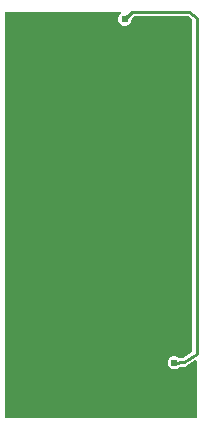
<source format=gbl>
G04 Layer: BottomLayer*
G04 EasyEDA v6.4.7, 2020-11-27T10:47:25--5:00*
G04 dd7cd5e760c64df4b839af09766a4cc3,8c855a101c40496d9864c429bd497241,10*
G04 Gerber Generator version 0.2*
G04 Scale: 100 percent, Rotated: No, Reflected: No *
G04 Dimensions in inches *
G04 leading zeros omitted , absolute positions ,2 integer and 4 decimal *
%FSLAX24Y24*%
%MOIN*%
G90*
D02*

%ADD10C,0.010000*%
%ADD14C,0.024016*%
%ADD15C,0.024000*%

%LPD*%
G36*
G01X3949Y13648D02*
G01X135Y13648D01*
G01X129Y13647D01*
G01X124Y13645D01*
G01X114Y13639D01*
G01X110Y13635D01*
G01X104Y13625D01*
G01X102Y13620D01*
G01X101Y13614D01*
G01X101Y135D01*
G01X102Y129D01*
G01X104Y124D01*
G01X110Y114D01*
G01X114Y110D01*
G01X124Y104D01*
G01X129Y102D01*
G01X135Y101D01*
G01X6464Y101D01*
G01X6470Y102D01*
G01X6475Y104D01*
G01X6485Y110D01*
G01X6489Y114D01*
G01X6495Y124D01*
G01X6497Y129D01*
G01X6498Y135D01*
G01X6498Y1999D01*
G01X6497Y2005D01*
G01X6495Y2010D01*
G01X6489Y2020D01*
G01X6485Y2024D01*
G01X6475Y2030D01*
G01X6470Y2032D01*
G01X6464Y2033D01*
G01X6459Y2034D01*
G01X6447Y2032D01*
G01X6442Y2030D01*
G01X6436Y2027D01*
G01X6154Y1840D01*
G01X6144Y1834D01*
G01X6134Y1829D01*
G01X6112Y1821D01*
G01X6090Y1817D01*
G01X6078Y1816D01*
G01X5935Y1808D01*
G01X5923Y1806D01*
G01X5913Y1800D01*
G01X5899Y1786D01*
G01X5889Y1778D01*
G01X5877Y1769D01*
G01X5866Y1762D01*
G01X5854Y1755D01*
G01X5842Y1749D01*
G01X5830Y1744D01*
G01X5817Y1739D01*
G01X5803Y1735D01*
G01X5790Y1732D01*
G01X5777Y1730D01*
G01X5763Y1729D01*
G01X5750Y1728D01*
G01X5736Y1729D01*
G01X5723Y1730D01*
G01X5710Y1732D01*
G01X5684Y1738D01*
G01X5671Y1743D01*
G01X5659Y1748D01*
G01X5635Y1760D01*
G01X5624Y1767D01*
G01X5613Y1776D01*
G01X5603Y1784D01*
G01X5593Y1793D01*
G01X5584Y1803D01*
G01X5576Y1813D01*
G01X5560Y1835D01*
G01X5548Y1859D01*
G01X5543Y1871D01*
G01X5539Y1884D01*
G01X5535Y1896D01*
G01X5532Y1910D01*
G01X5530Y1923D01*
G01X5529Y1936D01*
G01X5528Y1950D01*
G01X5530Y1976D01*
G01X5532Y1989D01*
G01X5535Y2003D01*
G01X5539Y2015D01*
G01X5543Y2028D01*
G01X5548Y2040D01*
G01X5560Y2064D01*
G01X5576Y2086D01*
G01X5584Y2096D01*
G01X5593Y2106D01*
G01X5603Y2115D01*
G01X5613Y2123D01*
G01X5624Y2132D01*
G01X5635Y2139D01*
G01X5659Y2151D01*
G01X5671Y2156D01*
G01X5684Y2161D01*
G01X5710Y2167D01*
G01X5723Y2169D01*
G01X5736Y2170D01*
G01X5750Y2171D01*
G01X5764Y2170D01*
G01X5777Y2169D01*
G01X5791Y2167D01*
G01X5805Y2163D01*
G01X5831Y2155D01*
G01X5857Y2143D01*
G01X5869Y2136D01*
G01X5881Y2128D01*
G01X5892Y2119D01*
G01X5897Y2115D01*
G01X5903Y2112D01*
G01X5910Y2110D01*
G01X5919Y2110D01*
G01X6011Y2115D01*
G01X6018Y2115D01*
G01X6025Y2118D01*
G01X6031Y2121D01*
G01X6331Y2319D01*
G01X6336Y2323D01*
G01X6344Y2333D01*
G01X6346Y2339D01*
G01X6348Y2346D01*
G01X6348Y13365D01*
G01X6347Y13370D01*
G01X6345Y13376D01*
G01X6342Y13381D01*
G01X6338Y13386D01*
G01X6334Y13390D01*
G01X6211Y13490D01*
G01X6199Y13496D01*
G01X6193Y13498D01*
G01X4422Y13498D01*
G01X4410Y13494D01*
G01X4405Y13491D01*
G01X4400Y13487D01*
G01X4344Y13431D01*
G01X4340Y13426D01*
G01X4337Y13421D01*
G01X4335Y13416D01*
G01X4320Y13373D01*
G01X4318Y13366D01*
G01X4315Y13353D01*
G01X4312Y13339D01*
G01X4308Y13326D01*
G01X4303Y13313D01*
G01X4291Y13289D01*
G01X4284Y13278D01*
G01X4268Y13256D01*
G01X4248Y13236D01*
G01X4238Y13228D01*
G01X4227Y13219D01*
G01X4216Y13212D01*
G01X4204Y13205D01*
G01X4192Y13199D01*
G01X4180Y13194D01*
G01X4167Y13189D01*
G01X4153Y13185D01*
G01X4140Y13182D01*
G01X4127Y13180D01*
G01X4113Y13179D01*
G01X4100Y13178D01*
G01X4086Y13179D01*
G01X4073Y13180D01*
G01X4060Y13182D01*
G01X4034Y13188D01*
G01X4021Y13193D01*
G01X4009Y13198D01*
G01X3985Y13210D01*
G01X3963Y13226D01*
G01X3953Y13234D01*
G01X3943Y13243D01*
G01X3934Y13253D01*
G01X3926Y13263D01*
G01X3910Y13285D01*
G01X3898Y13309D01*
G01X3893Y13321D01*
G01X3888Y13334D01*
G01X3882Y13360D01*
G01X3880Y13373D01*
G01X3879Y13386D01*
G01X3878Y13400D01*
G01X3879Y13413D01*
G01X3880Y13427D01*
G01X3882Y13440D01*
G01X3885Y13454D01*
G01X3889Y13467D01*
G01X3894Y13480D01*
G01X3899Y13492D01*
G01X3905Y13505D01*
G01X3912Y13516D01*
G01X3919Y13528D01*
G01X3928Y13539D01*
G01X3946Y13559D01*
G01X3957Y13568D01*
G01X3972Y13580D01*
G01X3976Y13585D01*
G01X3979Y13590D01*
G01X3983Y13602D01*
G01X3983Y13614D01*
G01X3982Y13620D01*
G01X3980Y13625D01*
G01X3977Y13630D01*
G01X3973Y13635D01*
G01X3969Y13639D01*
G01X3965Y13642D01*
G01X3960Y13645D01*
G01X3955Y13647D01*
G01X3949Y13648D01*
G37*

%LPD*%
G54D10*
G01X4100Y13400D02*
G01X4350Y13650D01*
G01X6253Y13650D01*
G01X6500Y13450D01*
G01X6500Y2250D01*
G01X6071Y1966D01*
G01X5750Y1950D01*
G01X6100Y6250D02*
G01X6100Y6305D01*
G01X6071Y6334D01*

%LPD*%
G36*
G01X4250Y13480D02*
G01X4180Y13550D01*
G01X4092Y13519D01*
G01X4219Y13392D01*
G01X4250Y13480D01*
G37*
G54D14*
G01X5750Y1950D03*
G54D15*
G01X490Y8461D03*
G01X5450Y8150D03*
G01X3300Y200D03*
G01X4100Y13400D03*
M00*
M02*

</source>
